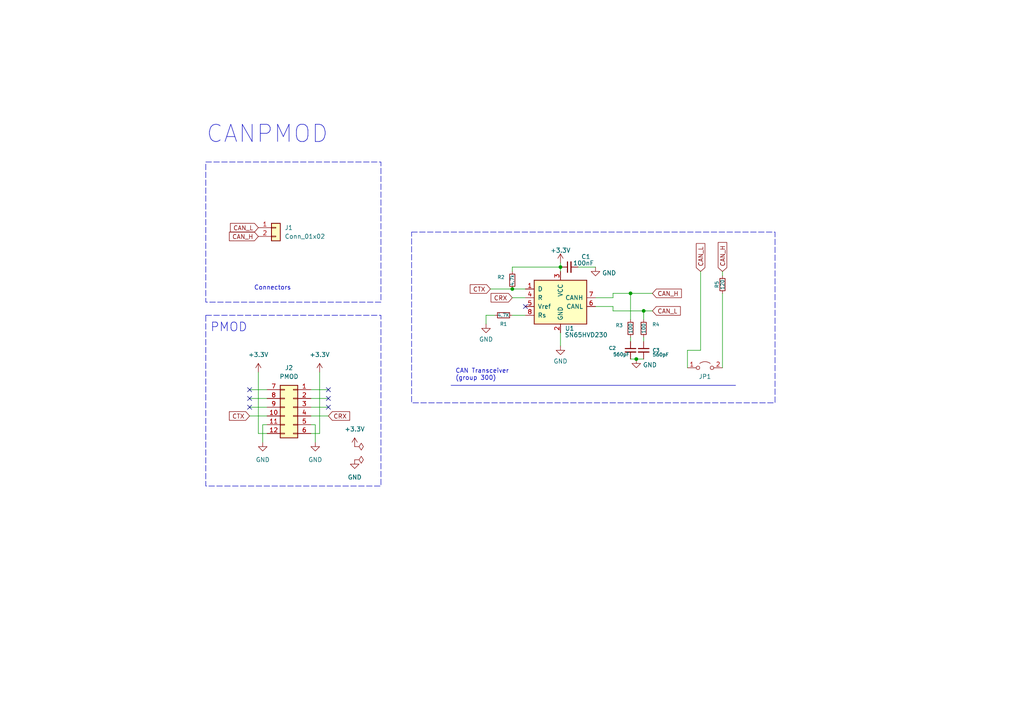
<source format=kicad_sch>
(kicad_sch (version 20230121) (generator eeschema)
  (paper "A4")
  (lib_symbols
    (symbol "Connector_Generic:Conn_01x02" (pin_names (offset 1.016) hide)
      (property "Reference" "J" (at 0 2.54 0))
      (property "Value" "Conn_01x02" (at 0 -5.08 0))
      (symbol "Conn_01x02_1_1"
        (rectangle (start -1.27 -2.413) (end 0 -2.667) (stroke (width 0.1524)))
        (rectangle (start -1.27 0.127) (end 0 -0.127) (stroke (width 0.1524)))
        (rectangle (start -1.27 1.27) (end 1.27 -3.81) (stroke (width 0.254)) (fill (type background)))
        (pin passive line (at -5.08 0 0) (length 3.81) (name "Pin_1") (number "1"))
        (pin passive line (at -5.08 -2.54 0) (length 3.81) (name "Pin_2") (number "2"))
      )
    )
    (symbol "Connector_Generic:Conn_02x06_Top_Bottom" (pin_names (offset 1.016) hide)
      (property "Reference" "J" (at 1.27 7.62 0))
      (property "Value" "Conn_02x06_Top_Bottom" (at 1.27 -10.16 0))
      (symbol "Conn_02x06_Top_Bottom_1_1"
        (rectangle (start -1.27 -7.493) (end 0 -7.747) (stroke (width 0.1524)))
        (rectangle (start -1.27 -4.953) (end 0 -5.207) (stroke (width 0.1524)))
        (rectangle (start -1.27 -2.413) (end 0 -2.667) (stroke (width 0.1524)))
        (rectangle (start -1.27 0.127) (end 0 -0.127) (stroke (width 0.1524)))
        (rectangle (start -1.27 2.667) (end 0 2.413) (stroke (width 0.1524)))
        (rectangle (start -1.27 5.207) (end 0 4.953) (stroke (width 0.1524)))
        (rectangle (start -1.27 6.35) (end 3.81 -8.89) (stroke (width 0.254)) (fill (type background)))
        (rectangle (start 3.81 -7.493) (end 2.54 -7.747) (stroke (width 0.1524)))
        (rectangle (start 3.81 -4.953) (end 2.54 -5.207) (stroke (width 0.1524)))
        (rectangle (start 3.81 -2.413) (end 2.54 -2.667) (stroke (width 0.1524)))
        (rectangle (start 3.81 0.127) (end 2.54 -0.127) (stroke (width 0.1524)))
        (rectangle (start 3.81 2.667) (end 2.54 2.413) (stroke (width 0.1524)))
        (rectangle (start 3.81 5.207) (end 2.54 4.953) (stroke (width 0.1524)))
        (pin passive line (at -5.08 5.08 0) (length 3.81) (name "Pin_1") (number "1"))
        (pin passive line (at 7.62 -2.54 180) (length 3.81) (name "Pin_10") (number "10"))
        (pin passive line (at 7.62 -5.08 180) (length 3.81) (name "Pin_11") (number "11"))
        (pin passive line (at 7.62 -7.62 180) (length 3.81) (name "Pin_12") (number "12"))
        (pin passive line (at -5.08 2.54 0) (length 3.81) (name "Pin_2") (number "2"))
        (pin passive line (at -5.08 0 0) (length 3.81) (name "Pin_3") (number "3"))
        (pin passive line (at -5.08 -2.54 0) (length 3.81) (name "Pin_4") (number "4"))
        (pin passive line (at -5.08 -5.08 0) (length 3.81) (name "Pin_5") (number "5"))
        (pin passive line (at -5.08 -7.62 0) (length 3.81) (name "Pin_6") (number "6"))
        (pin passive line (at 7.62 5.08 180) (length 3.81) (name "Pin_7") (number "7"))
        (pin passive line (at 7.62 2.54 180) (length 3.81) (name "Pin_8") (number "8"))
        (pin passive line (at 7.62 0 180) (length 3.81) (name "Pin_9") (number "9"))
      )
    )
    (symbol "Device:C_Small" (pin_numbers hide) (pin_names (offset 0.254) hide)
      (property "Reference" "C" (at 0.254 1.778 0))
      (property "Value" "C_Small" (at 0.254 -2.032 0))
      (symbol "C_Small_0_1"
        (polyline (pts (xy -1.524 -0.508) (xy 1.524 -0.508)) (stroke (width 0.3302)))
        (polyline (pts (xy -1.524 0.508) (xy 1.524 0.508)) (stroke (width 0.3048)))
      )
      (symbol "C_Small_1_1"
        (pin passive line (at 0 2.54 270) (length 2.032) (name "~") (number "1"))
        (pin passive line (at 0 -2.54 90) (length 2.032) (name "~") (number "2"))
      )
    )
    (symbol "Device:R_Small" (pin_numbers hide) (pin_names (offset 0.254) hide)
      (property "Reference" "R" (at 0.762 0.508 0))
      (property "Value" "R_Small" (at 0.762 -1.016 0))
      (symbol "R_Small_0_1"
        (rectangle (start -0.762 1.778) (end 0.762 -1.778) (stroke (width 0.2032)))
      )
      (symbol "R_Small_1_1"
        (pin passive line (at 0 2.54 270) (length 0.762) (name "~") (number "1"))
        (pin passive line (at 0 -2.54 90) (length 0.762) (name "~") (number "2"))
      )
    )
    (symbol "Interface_CAN_LIN:SN65HVD230" (pin_names (offset 1.016))
      (property "Reference" "U" (at -2.54 10.16 0))
      (property "Value" "SN65HVD230" (at -2.54 7.62 0))
      (symbol "SN65HVD230_0_1"
        (rectangle (start -7.62 5.08) (end 7.62 -7.62) (stroke (width 0.254)) (fill (type background)))
      )
      (symbol "SN65HVD230_1_1"
        (pin input line (at -10.16 2.54 0) (length 2.54) (name "D") (number "1"))
        (pin power_in line (at 0 -10.16 90) (length 2.54) (name "GND") (number "2"))
        (pin power_in line (at 0 7.62 270) (length 2.54) (name "VCC") (number "3"))
        (pin output line (at -10.16 0 0) (length 2.54) (name "R") (number "4"))
        (pin output line (at -10.16 -2.54 0) (length 2.54) (name "Vref") (number "5"))
        (pin bidirectional line (at 10.16 -2.54 180) (length 2.54) (name "CANL") (number "6"))
        (pin bidirectional line (at 10.16 0 180) (length 2.54) (name "CANH") (number "7"))
        (pin input line (at -10.16 -5.08 0) (length 2.54) (name "Rs") (number "8"))
      )
    )
    (symbol "Jumper:Jumper_2_Open" (pin_names (offset 0) hide)
      (property "Reference" "JP" (at 0 2.794 0))
      (property "Value" "Jumper_2_Open" (at 0 -2.286 0))
      (symbol "Jumper_2_Open_0_0"
        (circle (center -2.032 0) (radius 0.508))
        (circle (center 2.032 0) (radius 0.508))
      )
      (symbol "Jumper_2_Open_0_1"
        (arc (start 1.524 1.27) (mid 0 1.778) (end -1.524 1.27))
      )
      (symbol "Jumper_2_Open_1_1"
        (pin passive line (at -5.08 0 0) (length 2.54) (name "A") (number "1"))
        (pin passive line (at 5.08 0 180) (length 2.54) (name "B") (number "2"))
      )
    )
    (symbol "power:+3.3V" (power) (pin_names (offset 0))
      (property "Value" "+3.3V" (at 0 3.556 0))
      (symbol "+3.3V_0_1"
        (polyline (pts (xy -0.762 1.27) (xy 0 2.54)))
        (polyline (pts (xy 0 0) (xy 0 2.54)))
        (polyline (pts (xy 0 2.54) (xy 0.762 1.27)))
      )
      (symbol "+3.3V_1_1"
        (pin power_in line (at 0 0 90) (length 0) hide (name "+3.3V") (number "1"))
      )
    )
    (symbol "power:GND" (power) (pin_names (offset 0))
      (property "Value" "GND" (at 0 -3.81 0))
      (symbol "GND_0_1"
        (polyline (pts (xy 0 0) (xy 0 -1.27) (xy 1.27 -1.27) (xy 0 -2.54) (xy -1.27 -1.27) (xy 0 -1.27)))
      )
      (symbol "GND_1_1"
        (pin power_in line (at 0 0 270) (length 0) hide (name "GND") (number "1"))
      )
    )
    (symbol "power:PWR_FLAG" (power) (pin_numbers hide) (pin_names (offset 0) hide)
      (property "Value" "PWR_FLAG" (at 0 3.81 0))
      (symbol "PWR_FLAG_0_0"
        (pin power_out line (at 0 0 90) (length 0) (name "pwr") (number "1"))
      )
      (symbol "PWR_FLAG_0_1"
        (polyline (pts (xy 0 0) (xy 0 1.27) (xy -1.016 1.905) (xy 0 2.54) (xy 1.016 1.905) (xy 0 1.27)))
      )
    )
  )
  (junction (at 186.69 90.17))
  (junction (at 148.59 83.82))
  (junction (at 184.5468 104.14))
  (junction (at 162.56 77.47))
  (junction (at 182.88 85.09))
  (no_connect (at 152.4 88.9))
  (no_connect (at 95.25 115.57))
  (no_connect (at 72.39 115.57))
  (no_connect (at 95.25 118.11))
  (no_connect (at 72.39 118.11))
  (no_connect (at 95.25 113.03))
  (no_connect (at 72.39 113.03))
  (wire (pts (xy 72.39 115.57) (xy 77.47 115.57)))
  (wire (pts (xy 182.88 97.79) (xy 182.88 99.06)))
  (wire (pts (xy 142.24 83.82) (xy 148.59 83.82)))
  (wire (pts (xy 172.72 88.9) (xy 177.8 88.9)))
  (wire (pts (xy 72.39 118.11) (xy 77.47 118.11)))
  (wire (pts (xy 148.59 83.82) (xy 152.4 83.82)))
  (wire (pts (xy 90.17 118.11) (xy 95.25 118.11)))
  (wire (pts (xy 76.2 123.19) (xy 76.2 128.27)))
  (wire (pts (xy 148.59 91.44) (xy 152.4 91.44)))
  (wire (pts (xy 186.69 90.17) (xy 189.23 90.17)))
  (wire (pts (xy 148.59 77.47) (xy 148.59 78.74)))
  (wire (pts (xy 90.17 120.65) (xy 95.25 120.65)))
  (wire (pts (xy 186.69 90.17) (xy 186.69 92.71)))
  (wire (pts (xy 140.97 91.44) (xy 140.97 93.98)))
  (wire (pts (xy 172.72 86.36) (xy 177.8 86.36)))
  (wire (pts (xy 182.88 85.09) (xy 189.23 85.09)))
  (wire (pts (xy 209.55 85.09) (xy 209.55 106.68)))
  (wire (pts (xy 203.2 101.6) (xy 199.39 101.6)))
  (polyline (pts (xy 213.36 111.76) (xy 130.81 111.76)))
  (wire (pts (xy 182.88 104.14) (xy 184.5468 104.14)))
  (wire (pts (xy 148.59 86.36) (xy 152.4 86.36)))
  (wire (pts (xy 72.39 120.65) (xy 77.47 120.65)))
  (wire (pts (xy 199.39 101.6) (xy 199.39 106.68)))
  (wire (pts (xy 72.39 113.03) (xy 77.47 113.03)))
  (wire (pts (xy 143.51 91.44) (xy 140.97 91.44)))
  (wire (pts (xy 74.93 107.95) (xy 74.93 125.73)))
  (wire (pts (xy 177.8 88.9) (xy 177.8 90.17)))
  (wire (pts (xy 76.2 123.19) (xy 77.47 123.19)))
  (wire (pts (xy 182.88 85.09) (xy 182.88 92.71)))
  (wire (pts (xy 90.17 125.73) (xy 92.71 125.73)))
  (wire (pts (xy 91.44 123.19) (xy 91.44 128.27)))
  (wire (pts (xy 162.56 76.2) (xy 162.56 77.47)))
  (wire (pts (xy 162.56 96.52) (xy 162.56 100.33)))
  (wire (pts (xy 90.17 115.57) (xy 95.25 115.57)))
  (wire (pts (xy 90.17 123.19) (xy 91.44 123.19)))
  (wire (pts (xy 162.56 77.47) (xy 162.56 78.74)))
  (wire (pts (xy 148.59 77.47) (xy 162.56 77.47)))
  (wire (pts (xy 167.64 77.47) (xy 172.72 77.47)))
  (wire (pts (xy 186.69 97.79) (xy 186.69 99.06)))
  (wire (pts (xy 177.8 86.36) (xy 177.8 85.09)))
  (wire (pts (xy 184.5468 104.14) (xy 186.69 104.14)))
  (wire (pts (xy 177.8 85.09) (xy 182.88 85.09)))
  (wire (pts (xy 74.93 125.73) (xy 77.47 125.73)))
  (wire (pts (xy 92.71 107.95) (xy 92.71 125.73)))
  (wire (pts (xy 203.2 78.74) (xy 203.2 101.6)))
  (wire (pts (xy 90.17 113.03) (xy 95.25 113.03)))
  (wire (pts (xy 209.55 80.01) (xy 209.55 78.74)))
  (wire (pts (xy 177.8 90.17) (xy 186.69 90.17)))
  (rectangle (start 119.38 67.31) (end 224.79 116.84) (stroke (width 0) (type dash)))
  (rectangle (start 59.69 91.44) (end 110.49 140.97) (stroke (width 0) (type dash)))
  (rectangle (start 59.69 46.99) (end 110.49 87.63) (stroke (width 0) (type dash)))
  (text "CAN Transceiver\n(group 300)" (at 132.08 110.49 0) (effects (font (size 1.27 1.27)) (justify left bottom)))
  (text "PMOD" (at 60.96 96.52 0) (effects (font (size 2.54 2.54)) (justify left bottom)))
  (text "Connectors\n\n" (at 73.66 86.36 0) (effects (font (size 1.27 1.27)) (justify left bottom)))
  (text "CANPMOD" (at 59.69 41.91 0) (effects (font (size 5 5)) (justify left bottom)))
  (global_label "CAN_L" (shape input) (at 203.2 78.74 90) (property "Intersheetrefs" "${INTERSHEET_REFS}" (effects hide)))
  (global_label "CTX" (shape input) (at 72.39 120.65 180) (property "Intersheetrefs" "${INTERSHEET_REFS}" (effects hide)))
  (global_label "CRX" (shape input) (at 95.25 120.65 0) (property "Intersheetrefs" "${INTERSHEET_REFS}" (effects hide)))
  (global_label "CAN_H" (shape input) (at 74.93 68.58 180) (property "Intersheetrefs" "${INTERSHEET_REFS}" (effects hide)))
  (global_label "CAN_H" (shape input) (at 209.55 78.74 90) (property "Intersheetrefs" "${INTERSHEET_REFS}" (effects hide)))
  (global_label "CAN_L" (shape input) (at 189.23 90.17 0) (property "Intersheetrefs" "${INTERSHEET_REFS}" (effects hide)))
  (global_label "CAN_H" (shape input) (at 189.23 85.09 0) (property "Intersheetrefs" "${INTERSHEET_REFS}" (effects hide)))
  (global_label "CTX" (shape input) (at 142.24 83.82 180) (property "Intersheetrefs" "${INTERSHEET_REFS}" (effects hide)))
  (global_label "CRX" (shape input) (at 148.59 86.36 180) (property "Intersheetrefs" "${INTERSHEET_REFS}" (effects hide)))
  (global_label "CAN_L" (shape input) (at 74.93 66.04 180) (property "Intersheetrefs" "${INTERSHEET_REFS}" (effects hide)))
  (symbol (lib_id "Device:R_Small") (at 148.59 81.28 0) (unit 1)
    (property "Reference" "R2" (at 145.3128 80.3991 0) (effects (font (size 1 1))))
    (property "Value" "4.7k" (at 148.59 81.28 90) (effects (font (size 1 1))))
    (property "Footprint" "Resistor_SMD:R_0805_2012Metric" (effects hide))
    (property "note" "added in v3.0" (effects hide))
  )
  (symbol (lib_id "Device:C_Small") (at 165.1 77.47 90) (unit 1)
    (property "Reference" "C1" (at 171.2887 74.4685 90) (effects (justify left)))
    (property "Value" "100nF" (at 172.2762 76.3161 90) (effects (justify left)))
    (property "Footprint" "Capacitor_SMD:C_0603_1608Metric" (effects hide))
  )
  (symbol (lib_id "power:GND") (at 76.2 128.27 0) (unit 1)
    (property "Reference" "#PWR02" (effects hide))
    (property "Value" "GND" (at 76.2 133.35 0))
  )
  (symbol (lib_id "Device:R_Small") (at 186.69 95.25 0) (unit 1)
    (property "Reference" "R4" (at 190.2273 94.1152 0) (effects (font (size 1 1))))
    (property "Value" "100" (at 186.69 95.25 90) (effects (font (size 1 1))))
    (property "Footprint" "Resistor_SMD:R_0805_2012Metric" (effects hide))
  )
  (symbol (lib_id "power:PWR_FLAG") (at 102.87 129.54 270) (unit 1)
    (property "Reference" "#FLG01" (effects hide))
    (property "Value" "PWR_FLAG" (effects hide))
  )
  (symbol (lib_id "Jumper:Jumper_2_Open") (at 204.47 106.68 0) (unit 1)
    (property "Reference" "JP1" (at 204.47 109.22 0))
    (property "Value" "Jumper_2_Open" (effects hide))
    (property "Footprint" "Connector_PinHeader_2.54mm:PinHeader_1x02_P2.54mm_Vertical" (effects hide))
  )
  (symbol (lib_id "power:+3.3V") (at 162.56 76.2 0) (unit 1)
    (property "Reference" "#PWR08" (effects hide))
    (property "Value" "+3.3V" (at 162.56 72.6242 0))
  )
  (symbol (lib_id "power:+3.3V") (at 92.71 107.95 0) (unit 1)
    (property "Reference" "#PWR04" (effects hide))
    (property "Value" "+3.3V" (at 92.71 102.87 0))
  )
  (symbol (lib_id "Device:C_Small") (at 182.88 101.6 0) (unit 1)
    (property "Reference" "C2" (at 176.53 100.965 0) (effects (font (size 1 1)) (justify left)))
    (property "Value" "560pF" (at 177.8148 102.7949 0) (effects (font (size 1 1)) (justify left)))
    (property "Footprint" "Capacitor_SMD:C_0603_1608Metric" (effects hide))
  )
  (symbol (lib_id "Connector_Generic:Conn_01x02") (at 80.01 66.04 0) (unit 1)
    (property "Reference" "J1" (at 82.55 66.04 0) (effects (justify left)))
    (property "Value" "Conn_01x02" (at 82.55 68.58 0) (effects (justify left)))
    (property "Footprint" "TerminalBlock:TerminalBlock_bornier-2_P5.08mm" (effects hide))
  )
  (symbol (lib_id "Device:R_Small") (at 146.05 91.44 90) (unit 1)
    (property "Reference" "R1" (at 146.05 93.98 90) (effects (font (size 1 1))))
    (property "Value" "4.7K" (at 146.05 91.44 90) (effects (font (size 1 1))))
    (property "Footprint" "Resistor_SMD:R_0805_2012Metric" (effects hide))
    (property "note" "changed from 10k to 4.7k" (effects hide))
  )
  (symbol (lib_id "power:GND") (at 140.97 93.98 0) (unit 1)
    (property "Reference" "#PWR07" (effects hide))
    (property "Value" "GND" (at 140.97 98.4234 0))
  )
  (symbol (lib_id "Interface_CAN_LIN:SN65HVD230") (at 162.56 86.36 0) (unit 1)
    (property "Reference" "U1" (at 163.83 95.25 0) (effects (justify left)))
    (property "Value" "SN65HVD230" (at 163.7668 97.1388 0) (effects (justify left)))
    (property "Footprint" "Package_SO:SOIC-8_3.9x4.9mm_P1.27mm" (effects hide))
    (property "Datasheet" "http://www.ti.com/lit/ds/symlink/sn65hvd230.pdf" (effects hide))
  )
  (symbol (lib_id "Connector_Generic:Conn_02x06_Top_Bottom") (at 85.09 118.11 0) (mirror y) (unit 1)
    (property "Reference" "J2" (at 83.82 106.68 0))
    (property "Value" "PMOD" (at 83.82 109.22 0))
    (property "Footprint" "Connector_PinHeader_2.54mm:PinHeader_2x06_P2.54mm_Horizontal" (effects hide))
  )
  (symbol (lib_id "Device:C_Small") (at 186.69 101.6 0) (unit 1)
    (property "Reference" "C3" (at 189.23 101.6 0) (effects (font (size 1 1)) (justify left)))
    (property "Value" "560pF" (at 189.23 102.87 0) (effects (font (size 1 1)) (justify left)))
    (property "Footprint" "Capacitor_SMD:C_0603_1608Metric" (effects hide))
  )
  (symbol (lib_id "power:+3.3V") (at 102.87 129.54 0) (unit 1)
    (property "Reference" "#PWR05" (effects hide))
    (property "Value" "+3.3V" (at 102.87 124.46 0))
  )
  (symbol (lib_id "Device:R_Small") (at 182.88 95.25 0) (unit 1)
    (property "Reference" "R3" (at 179.6028 94.3691 0) (effects (font (size 1 1))))
    (property "Value" "100" (at 182.88 95.25 90) (effects (font (size 1 1))))
    (property "Footprint" "Resistor_SMD:R_0805_2012Metric" (effects hide))
    (property "note" "added in 3.0" (effects hide))
  )
  (symbol (lib_id "Device:R_Small") (at 209.55 82.55 0) (unit 1)
    (property "Reference" "R5" (at 207.9259 82.5316 90) (effects (font (size 1 1))))
    (property "Value" "120" (at 209.55 82.55 90) (effects (font (size 1 1))))
    (property "Footprint" "Resistor_SMD:R_0603_1608Metric" (effects hide))
  )
  (symbol (lib_id "power:GND") (at 184.5468 104.14 0) (unit 1)
    (property "Reference" "#PWR011" (effects hide))
    (property "Value" "GND" (at 186.4518 105.8438 0) (effects (justify left)))
  )
  (symbol (lib_id "power:GND") (at 172.72 77.47 0) (unit 1)
    (property "Reference" "#PWR010" (effects hide))
    (property "Value" "GND" (at 174.625 79.1738 0) (effects (justify left)))
  )
  (symbol (lib_id "power:GND") (at 91.44 128.27 0) (unit 1)
    (property "Reference" "#PWR03" (effects hide))
    (property "Value" "GND" (at 91.44 133.35 0))
  )
  (symbol (lib_id "power:GND") (at 162.56 100.33 0) (unit 1)
    (property "Reference" "#PWR09" (effects hide))
    (property "Value" "GND" (at 162.56 104.7734 0))
  )
  (symbol (lib_id "power:PWR_FLAG") (at 102.87 133.35 270) (unit 1)
    (property "Reference" "#FLG02" (effects hide))
    (property "Value" "PWR_FLAG" (effects hide))
  )
  (symbol (lib_id "power:GND") (at 102.87 133.35 0) (unit 1)
    (property "Reference" "#PWR06" (effects hide))
    (property "Value" "GND" (at 102.87 138.43 0))
  )
  (symbol (lib_id "power:+3.3V") (at 74.93 107.95 0) (unit 1)
    (property "Reference" "#PWR01" (effects hide))
    (property "Value" "+3.3V" (at 74.93 102.87 0))
  )
)
</source>
